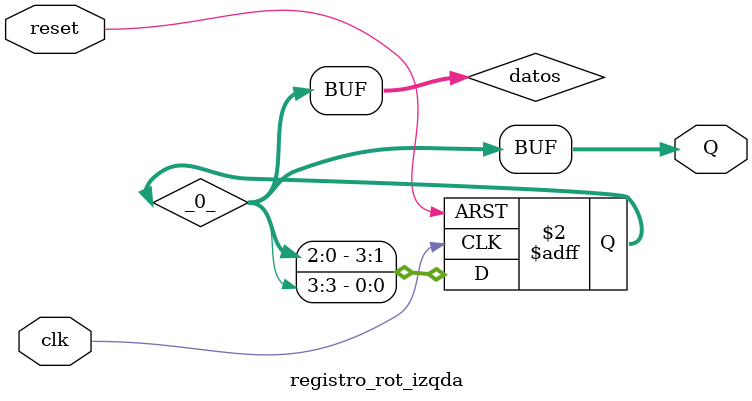
<source format=v>
/* Generated by Yosys 0.51+101 (git sha1 314842d2a, g++ 14.2.1 -fPIC -O3) */

module registro_rot_izqda(clk, reset, Q);
  reg [3:0] _0_;
  output [3:0] Q;
  wire [3:0] Q;
  input clk;
  wire clk;
  wire [3:0] datos;
  input reset;
  wire reset;
  always @(posedge clk, posedge reset)
    if (reset) _0_ <= 4'h3;
    else _0_ <= { datos[2:0], datos[3] };
  assign datos = _0_;
  assign Q = datos;
endmodule

</source>
